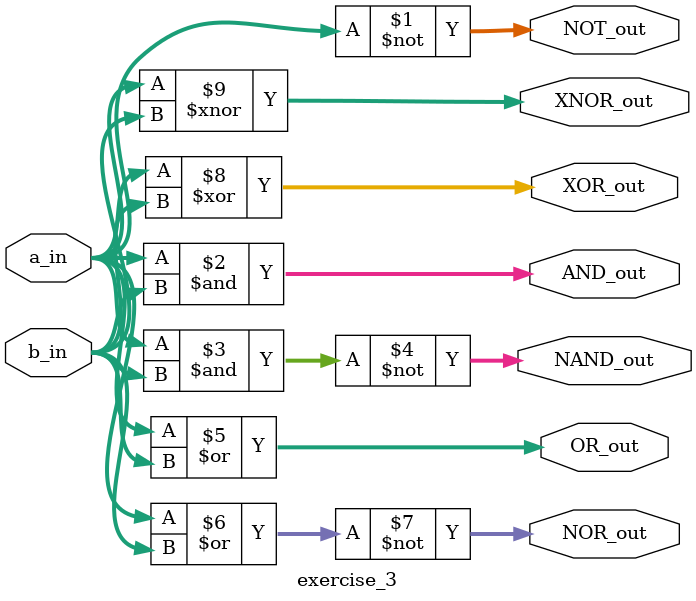
<source format=v>
`timescale 1ns / 1ps


module exercise_3 #(parameter DATA_WIDTH = 4) (
                    input[DATA_WIDTH-1:0] a_in,
                    input[DATA_WIDTH-1:0] b_in,
                    output[DATA_WIDTH-1:0] NOT_out,
                    output[DATA_WIDTH-1:0] AND_out,
                    output[DATA_WIDTH-1:0] NAND_out,
                    output[DATA_WIDTH-1:0] OR_out,
                    output[DATA_WIDTH-1:0] NOR_out,
                    output[DATA_WIDTH-1:0] XOR_out,
                    output[DATA_WIDTH-1:0] XNOR_out
                    );

        assign NOT_out = ~a_in;
        assign AND_out = a_in & b_in;
        assign NAND_out = ~(a_in & b_in);
        assign OR_out = a_in | b_in;
        assign NOR_out = ~ (a_in | b_in);
        assign XOR_out = a_in ^ b_in;
        assign XNOR_out = a_in ~^ b_in;


endmodule

</source>
